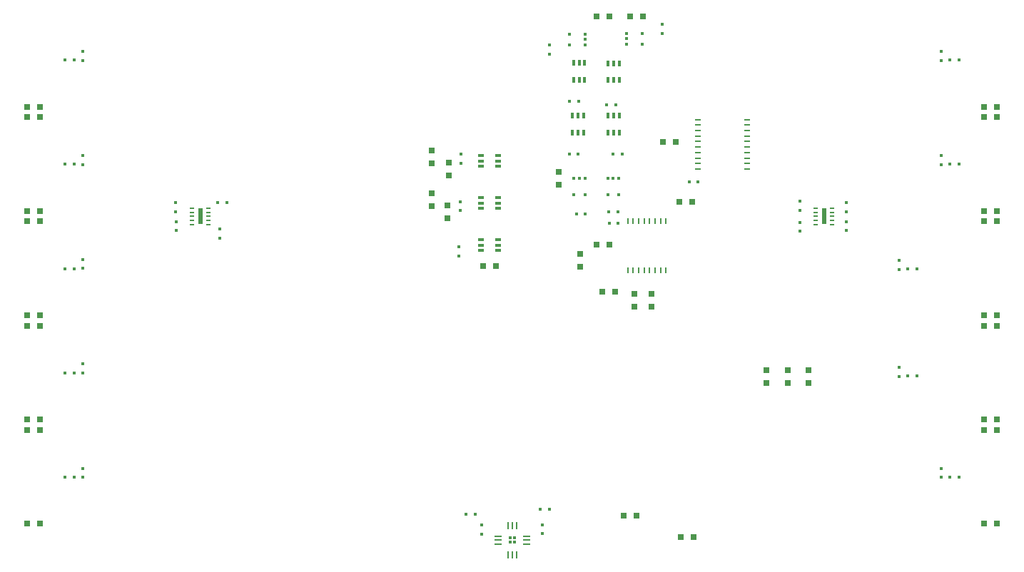
<source format=gbr>
G04 #@! TF.GenerationSoftware,KiCad,Pcbnew,6.0.10-86aedd382b~118~ubuntu22.04.1*
G04 #@! TF.CreationDate,2023-01-31T23:44:09-05:00*
G04 #@! TF.ProjectId,operacake,6f706572-6163-4616-9b65-2e6b69636164,rev?*
G04 #@! TF.SameCoordinates,Original*
G04 #@! TF.FileFunction,Paste,Top*
G04 #@! TF.FilePolarity,Positive*
%FSLAX46Y46*%
G04 Gerber Fmt 4.6, Leading zero omitted, Abs format (unit mm)*
G04 Created by KiCad (PCBNEW 6.0.10-86aedd382b~118~ubuntu22.04.1) date 2023-01-31 23:44:09*
%MOMM*%
%LPD*%
G01*
G04 APERTURE LIST*
%ADD10R,0.656336X0.656336*%
%ADD11R,0.386080X0.424688*%
%ADD12R,0.424688X0.386080*%
%ADD13O,0.912000X0.243200*%
%ADD14O,0.243200X0.912000*%
%ADD15R,0.380000X0.380000*%
%ADD16R,0.577600X1.824000*%
%ADD17R,0.608000X0.190000*%
%ADD18R,0.243200X0.798000*%
%ADD19R,0.798000X0.243200*%
%ADD20R,0.760000X0.342000*%
%ADD21R,0.456000X0.319200*%
%ADD22R,0.342000X0.760000*%
%ADD23R,0.319200X0.456000*%
G04 APERTURE END LIST*
D10*
G04 #@! TO.C,DBG1*
X177537000Y-154675000D03*
X176013000Y-154675000D03*
G04 #@! TD*
G04 #@! TO.C,DBY1*
X177537000Y-155900000D03*
X176013000Y-155900000D03*
G04 #@! TD*
G04 #@! TO.C,DBG4*
X177537000Y-117550000D03*
X176013000Y-117550000D03*
G04 #@! TD*
G04 #@! TO.C,DBY4*
X177537000Y-118775000D03*
X176013000Y-118775000D03*
G04 #@! TD*
G04 #@! TO.C,DBG3*
X177537000Y-129925000D03*
X176013000Y-129925000D03*
G04 #@! TD*
G04 #@! TO.C,DBY3*
X177537000Y-131150000D03*
X176013000Y-131150000D03*
G04 #@! TD*
G04 #@! TO.C,DAY4*
X62463000Y-118775000D03*
X63987000Y-118775000D03*
G04 #@! TD*
G04 #@! TO.C,DAG4*
X62463000Y-117550000D03*
X63987000Y-117550000D03*
G04 #@! TD*
D11*
G04 #@! TO.C,C1*
X66966600Y-136750000D03*
X68033400Y-136750000D03*
G04 #@! TD*
G04 #@! TO.C,C2*
X66966600Y-112000000D03*
X68033400Y-112000000D03*
G04 #@! TD*
G04 #@! TO.C,C3*
X168033400Y-136750000D03*
X166966600Y-136750000D03*
G04 #@! TD*
G04 #@! TO.C,C4*
X173033400Y-112000000D03*
X171966600Y-112000000D03*
G04 #@! TD*
G04 #@! TO.C,C5*
X66966600Y-149125000D03*
X68033400Y-149125000D03*
G04 #@! TD*
G04 #@! TO.C,C6*
X66966600Y-124375000D03*
X68033400Y-124375000D03*
G04 #@! TD*
G04 #@! TO.C,C7*
X168033400Y-149525000D03*
X166966600Y-149525000D03*
G04 #@! TD*
G04 #@! TO.C,C8*
X173033400Y-124375000D03*
X171966600Y-124375000D03*
G04 #@! TD*
G04 #@! TO.C,C9*
X114559080Y-165887400D03*
X115625880Y-165887400D03*
G04 #@! TD*
G04 #@! TO.C,C10*
X123337320Y-165364160D03*
X124404120Y-165364160D03*
G04 #@! TD*
G04 #@! TO.C,C11*
X66966600Y-161500000D03*
X68033400Y-161500000D03*
G04 #@! TD*
G04 #@! TO.C,C12*
X173008400Y-161500000D03*
X171941600Y-161500000D03*
G04 #@! TD*
D12*
G04 #@! TO.C,D1*
X69100000Y-135666600D03*
X69100000Y-136733400D03*
G04 #@! TD*
G04 #@! TO.C,D2*
X69100000Y-110966600D03*
X69100000Y-112033400D03*
G04 #@! TD*
G04 #@! TO.C,D3*
X165900000Y-135766600D03*
X165900000Y-136833400D03*
G04 #@! TD*
G04 #@! TO.C,D4*
X170900000Y-110966600D03*
X170900000Y-112033400D03*
G04 #@! TD*
G04 #@! TO.C,D5*
X69100000Y-148066600D03*
X69100000Y-149133400D03*
G04 #@! TD*
G04 #@! TO.C,D6*
X69100000Y-123366600D03*
X69100000Y-124433400D03*
G04 #@! TD*
G04 #@! TO.C,D7*
X165900000Y-148466600D03*
X165900000Y-149533400D03*
G04 #@! TD*
G04 #@! TO.C,D8*
X170900000Y-123366600D03*
X170900000Y-124433400D03*
G04 #@! TD*
G04 #@! TO.C,D9*
X69100000Y-160466600D03*
X69100000Y-161533400D03*
G04 #@! TD*
G04 #@! TO.C,D10*
X170900000Y-160466600D03*
X170900000Y-161533400D03*
G04 #@! TD*
D10*
G04 #@! TO.C,DA0*
X62463000Y-167050000D03*
X63987000Y-167050000D03*
G04 #@! TD*
G04 #@! TO.C,DAG1*
X62463000Y-154675000D03*
X63987000Y-154675000D03*
G04 #@! TD*
G04 #@! TO.C,DAG2*
X62463000Y-142300000D03*
X63987000Y-142300000D03*
G04 #@! TD*
G04 #@! TO.C,DAG3*
X62463000Y-129925000D03*
X63987000Y-129925000D03*
G04 #@! TD*
G04 #@! TO.C,DAY1*
X62463000Y-155900000D03*
X63987000Y-155900000D03*
G04 #@! TD*
G04 #@! TO.C,DAY2*
X62463000Y-143525000D03*
X63987000Y-143525000D03*
G04 #@! TD*
G04 #@! TO.C,DAY3*
X62463000Y-131150000D03*
X63987000Y-131150000D03*
G04 #@! TD*
G04 #@! TO.C,DB0*
X177537000Y-167050000D03*
X176013000Y-167050000D03*
G04 #@! TD*
G04 #@! TO.C,DBG2*
X177537000Y-142300000D03*
X176013000Y-142300000D03*
G04 #@! TD*
G04 #@! TO.C,DBY2*
X177537000Y-143525000D03*
X176013000Y-143525000D03*
G04 #@! TD*
G04 #@! TO.C,R1*
X112318800Y-129286000D03*
X112318800Y-130810000D03*
G04 #@! TD*
G04 #@! TO.C,R2*
X112496600Y-124206000D03*
X112496600Y-125730000D03*
G04 #@! TD*
G04 #@! TO.C,R3*
X110490000Y-124231400D03*
X110490000Y-122707400D03*
G04 #@! TD*
G04 #@! TO.C,R4*
X110464600Y-129336800D03*
X110464600Y-127812800D03*
G04 #@! TD*
G04 #@! TO.C,R5*
X134500000Y-139738000D03*
X134500000Y-141262000D03*
G04 #@! TD*
G04 #@! TO.C,R6*
X136500000Y-139738000D03*
X136500000Y-141262000D03*
G04 #@! TD*
G04 #@! TO.C,R7*
X134762000Y-166100000D03*
X133238000Y-166100000D03*
G04 #@! TD*
G04 #@! TO.C,R8*
X140038000Y-168600000D03*
X141562000Y-168600000D03*
G04 #@! TD*
G04 #@! TO.C,R9*
X132262000Y-139500000D03*
X130738000Y-139500000D03*
G04 #@! TD*
G04 #@! TO.C,R10*
X131505960Y-133913880D03*
X129981960Y-133913880D03*
G04 #@! TD*
G04 #@! TO.C,R11*
X141351000Y-128793240D03*
X139827000Y-128793240D03*
G04 #@! TD*
G04 #@! TO.C,R12*
X131532000Y-106823600D03*
X130008000Y-106823600D03*
G04 #@! TD*
G04 #@! TO.C,R13*
X125500000Y-125238000D03*
X125500000Y-126762000D03*
G04 #@! TD*
G04 #@! TO.C,R14*
X135532000Y-106823600D03*
X134008000Y-106823600D03*
G04 #@! TD*
G04 #@! TO.C,R15*
X137938000Y-121700000D03*
X139462000Y-121700000D03*
G04 #@! TD*
G04 #@! TO.C,R16*
X116574777Y-136475619D03*
X118098777Y-136475619D03*
G04 #@! TD*
G04 #@! TO.C,R17*
X150200000Y-148838000D03*
X150200000Y-150362000D03*
G04 #@! TD*
G04 #@! TO.C,R18*
X152700000Y-148838000D03*
X152700000Y-150362000D03*
G04 #@! TD*
G04 #@! TO.C,R19*
X155200000Y-148838000D03*
X155200000Y-150362000D03*
G04 #@! TD*
G04 #@! TO.C,R20*
X128100000Y-136562000D03*
X128100000Y-135038000D03*
G04 #@! TD*
D13*
G04 #@! TO.C,U1*
X121700000Y-169500000D03*
X121700000Y-169000000D03*
X121700000Y-168500000D03*
D14*
X120500000Y-167300000D03*
X120000000Y-167300000D03*
X119500000Y-167300000D03*
D13*
X118300000Y-168500000D03*
X118300000Y-169000000D03*
X118300000Y-169500000D03*
D14*
X119500000Y-170700000D03*
X120000000Y-170700000D03*
X120500000Y-170700000D03*
D15*
X120250000Y-169250000D03*
X119750000Y-169250000D03*
X120250000Y-168750000D03*
X119750000Y-168750000D03*
G04 #@! TD*
D16*
G04 #@! TO.C,U2*
X83000000Y-130562500D03*
D17*
X82000000Y-129562500D03*
X82000000Y-130062500D03*
X82000000Y-130562500D03*
X82000000Y-131062500D03*
X82000000Y-131562500D03*
X84000000Y-131562500D03*
X84000000Y-131062500D03*
X84000000Y-130562500D03*
X84000000Y-130062500D03*
X84000000Y-129562500D03*
G04 #@! TD*
D16*
G04 #@! TO.C,U3*
X157000000Y-130562500D03*
D17*
X158000000Y-131562500D03*
X158000000Y-131062500D03*
X158000000Y-130562500D03*
X158000000Y-130062500D03*
X158000000Y-129562500D03*
X156000000Y-129562500D03*
X156000000Y-130062500D03*
X156000000Y-130562500D03*
X156000000Y-131062500D03*
X156000000Y-131562500D03*
G04 #@! TD*
D18*
G04 #@! TO.C,U4*
X133725000Y-136925000D03*
X134375000Y-136925000D03*
X135025000Y-136925000D03*
X135675000Y-136925000D03*
X136325000Y-136925000D03*
X136975000Y-136925000D03*
X137625000Y-136925000D03*
X138275000Y-136925000D03*
X138275000Y-131075000D03*
X137625000Y-131075000D03*
X136975000Y-131075000D03*
X136325000Y-131075000D03*
X135675000Y-131075000D03*
X135025000Y-131075000D03*
X134375000Y-131075000D03*
X133725000Y-131075000D03*
G04 #@! TD*
D19*
G04 #@! TO.C,U5*
X147925000Y-124925000D03*
X147925000Y-124275000D03*
X147925000Y-123625000D03*
X147925000Y-122975000D03*
X147925000Y-122325000D03*
X147925000Y-121675000D03*
X147925000Y-121025000D03*
X147925000Y-120375000D03*
X147925000Y-119725000D03*
X147925000Y-119075000D03*
X142075000Y-119075000D03*
X142075000Y-119725000D03*
X142075000Y-120375000D03*
X142075000Y-121025000D03*
X142075000Y-121675000D03*
X142075000Y-122325000D03*
X142075000Y-122975000D03*
X142075000Y-123625000D03*
X142075000Y-124275000D03*
X142075000Y-124925000D03*
G04 #@! TD*
D20*
G04 #@! TO.C,U6*
X118336777Y-129625619D03*
X118336777Y-128975619D03*
X118336777Y-128325619D03*
X116336777Y-128325619D03*
X116336777Y-128975619D03*
X116336777Y-129625619D03*
G04 #@! TD*
G04 #@! TO.C,U7*
X118336777Y-124625619D03*
X118336777Y-123975619D03*
X118336777Y-123325619D03*
X116336777Y-123325619D03*
X116336777Y-123975619D03*
X116336777Y-124625619D03*
G04 #@! TD*
D21*
G04 #@! TO.C,U8*
X128700600Y-110209600D03*
X128700600Y-109559600D03*
X128700600Y-108909600D03*
X126800600Y-108909600D03*
X126800600Y-110209600D03*
G04 #@! TD*
G04 #@! TO.C,U9*
X133579800Y-108827800D03*
X133579800Y-109477800D03*
X133579800Y-110127800D03*
X135479800Y-110127800D03*
X135479800Y-108827800D03*
G04 #@! TD*
D22*
G04 #@! TO.C,U10*
X128605040Y-112324640D03*
X127955040Y-112324640D03*
X127305040Y-112324640D03*
X127305040Y-114324640D03*
X127955040Y-114324640D03*
X128605040Y-114324640D03*
G04 #@! TD*
G04 #@! TO.C,U11*
X132709680Y-112385600D03*
X132059680Y-112385600D03*
X131409680Y-112385600D03*
X131409680Y-114385600D03*
X132059680Y-114385600D03*
X132709680Y-114385600D03*
G04 #@! TD*
G04 #@! TO.C,U12*
X128483120Y-118603520D03*
X127833120Y-118603520D03*
X127183120Y-118603520D03*
X127183120Y-120603520D03*
X127833120Y-120603520D03*
X128483120Y-120603520D03*
G04 #@! TD*
G04 #@! TO.C,U13*
X132704600Y-118618760D03*
X132054600Y-118618760D03*
X131404600Y-118618760D03*
X131404600Y-120618760D03*
X132054600Y-120618760D03*
X132704600Y-120618760D03*
G04 #@! TD*
D23*
G04 #@! TO.C,U14*
X128650000Y-126050000D03*
X128000000Y-126050000D03*
X127350000Y-126050000D03*
X127350000Y-127950000D03*
X128650000Y-127950000D03*
G04 #@! TD*
G04 #@! TO.C,U15*
X132650000Y-126050000D03*
X132000000Y-126050000D03*
X131350000Y-126050000D03*
X131350000Y-127950000D03*
X132650000Y-127950000D03*
G04 #@! TD*
D20*
G04 #@! TO.C,U16*
X118336777Y-134625619D03*
X118336777Y-133975619D03*
X118336777Y-133325619D03*
X116336777Y-133325619D03*
X116336777Y-133975619D03*
X116336777Y-134625619D03*
G04 #@! TD*
D12*
G04 #@! TO.C,C13*
X85344000Y-133121400D03*
X85344000Y-132054600D03*
G04 #@! TD*
G04 #@! TO.C,C14*
X80111600Y-132257800D03*
X80111600Y-131191000D03*
G04 #@! TD*
G04 #@! TO.C,C15*
X80086200Y-129997200D03*
X80086200Y-128930400D03*
G04 #@! TD*
D11*
G04 #@! TO.C,C16*
X85064600Y-128955800D03*
X86131400Y-128955800D03*
G04 #@! TD*
D12*
G04 #@! TO.C,C17*
X116408200Y-168275000D03*
X116408200Y-167208200D03*
G04 #@! TD*
G04 #@! TO.C,C18*
X123596400Y-168224200D03*
X123596400Y-167157400D03*
G04 #@! TD*
G04 #@! TO.C,C19*
X154137360Y-128778000D03*
X154137360Y-129844800D03*
G04 #@! TD*
G04 #@! TO.C,C20*
X159613600Y-128930400D03*
X159613600Y-129997200D03*
G04 #@! TD*
G04 #@! TO.C,C21*
X159613600Y-131191000D03*
X159613600Y-132257800D03*
G04 #@! TD*
G04 #@! TO.C,C22*
X154152600Y-131262120D03*
X154152600Y-132328920D03*
G04 #@! TD*
G04 #@! TO.C,C23*
X113873280Y-128793240D03*
X113873280Y-129860040D03*
G04 #@! TD*
G04 #@! TO.C,C24*
X124411740Y-110208060D03*
X124411740Y-111274860D03*
G04 #@! TD*
D11*
G04 #@! TO.C,C25*
X127889000Y-116852700D03*
X126822200Y-116852700D03*
G04 #@! TD*
G04 #@! TO.C,C26*
X127833120Y-123184920D03*
X126766320Y-123184920D03*
G04 #@! TD*
G04 #@! TO.C,C27*
X128701800Y-130302000D03*
X127635000Y-130302000D03*
G04 #@! TD*
D12*
G04 #@! TO.C,C28*
X113957100Y-124259340D03*
X113957100Y-123192540D03*
G04 #@! TD*
G04 #@! TO.C,C29*
X137807700Y-108821220D03*
X137807700Y-107754420D03*
G04 #@! TD*
D11*
G04 #@! TO.C,C30*
X132298440Y-117302280D03*
X131231640Y-117302280D03*
G04 #@! TD*
G04 #@! TO.C,C31*
X131993640Y-123144280D03*
X133060440Y-123144280D03*
G04 #@! TD*
G04 #@! TO.C,C32*
X132557520Y-129981960D03*
X131490720Y-129981960D03*
G04 #@! TD*
D12*
G04 #@! TO.C,C33*
X113672620Y-134157720D03*
X113672620Y-135224520D03*
G04 #@! TD*
D11*
G04 #@! TO.C,C34*
X132572760Y-131389120D03*
X131505960Y-131389120D03*
G04 #@! TD*
G04 #@! TO.C,C35*
X141000480Y-126499620D03*
X142067280Y-126499620D03*
G04 #@! TD*
M02*

</source>
